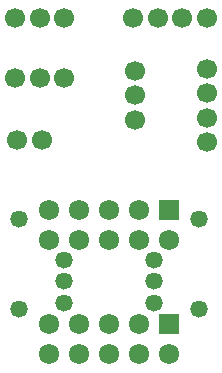
<source format=gbr>
G04 DipTrace 3.2.0.1*
G04 TopMask.gbr*
%MOMM*%
G04 #@! TF.FileFunction,Soldermask,Top*
G04 #@! TF.Part,Single*
%ADD28C,1.47*%
%ADD30C,1.47*%
%ADD32C,1.7*%
%ADD34R,1.724X1.724*%
%ADD36C,1.724*%
%FSLAX35Y35*%
G04*
G71*
G90*
G75*
G01*
G04 TopMask*
%LPD*%
D36*
X1568000Y2378377D3*
Y2632377D3*
X1822000D3*
Y2378377D3*
X2076000Y2632377D3*
Y2378377D3*
X2330000Y2632377D3*
Y2378377D3*
X2584000D3*
D34*
Y2632377D3*
D36*
X1568000Y1410000D3*
Y1664000D3*
X1822000D3*
Y1410000D3*
X2076000Y1664000D3*
Y1410000D3*
X2330000Y1664000D3*
Y1410000D3*
X2584000D3*
D34*
Y1664000D3*
D32*
X1282250Y4251627D3*
X1488623D3*
X1695000D3*
X1282250Y3743627D3*
X1488623D3*
X1695000D3*
X2901500Y3203877D3*
Y3410250D3*
Y3616627D3*
Y3823000D3*
X2282377Y4251627D3*
X2488750D3*
X2695127D3*
X2901500D3*
X2298653Y3806607D3*
Y3600233D3*
Y3393857D3*
X1298123Y3219750D3*
X1504497D3*
D30*
X1695000Y1838623D3*
D28*
X2457000D3*
D30*
Y2203750D3*
D28*
X1695000D3*
D30*
Y2029127D3*
D28*
X2457000D3*
D30*
X1314000Y2553000D3*
D28*
Y1791000D3*
D30*
X2838000Y2553000D3*
D28*
Y1791000D3*
M02*

</source>
